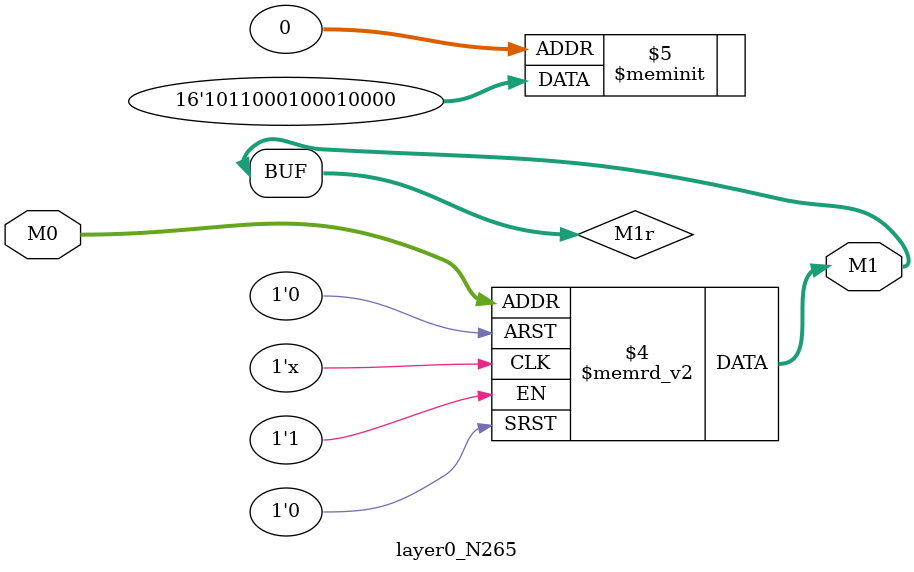
<source format=v>
module layer0_N265 ( input [2:0] M0, output [1:0] M1 );

	(*rom_style = "distributed" *) reg [1:0] M1r;
	assign M1 = M1r;
	always @ (M0) begin
		case (M0)
			3'b000: M1r = 2'b00;
			3'b100: M1r = 2'b01;
			3'b010: M1r = 2'b01;
			3'b110: M1r = 2'b11;
			3'b001: M1r = 2'b00;
			3'b101: M1r = 2'b00;
			3'b011: M1r = 2'b00;
			3'b111: M1r = 2'b10;

		endcase
	end
endmodule

</source>
